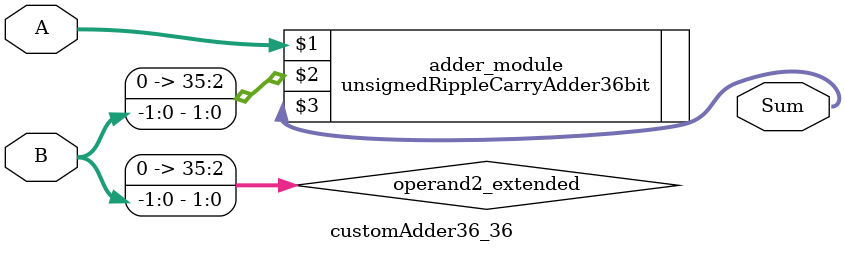
<source format=v>
module customAdder36_36(
                        input [35 : 0] A,
                        input [-1 : 0] B,
                        
                        output [36 : 0] Sum
                );

        wire [35 : 0] operand2_extended;
        
        assign operand2_extended =  {36'b0, B};
        
        unsignedRippleCarryAdder36bit adder_module(
            A,
            operand2_extended,
            Sum
        );
        
        endmodule
        
</source>
